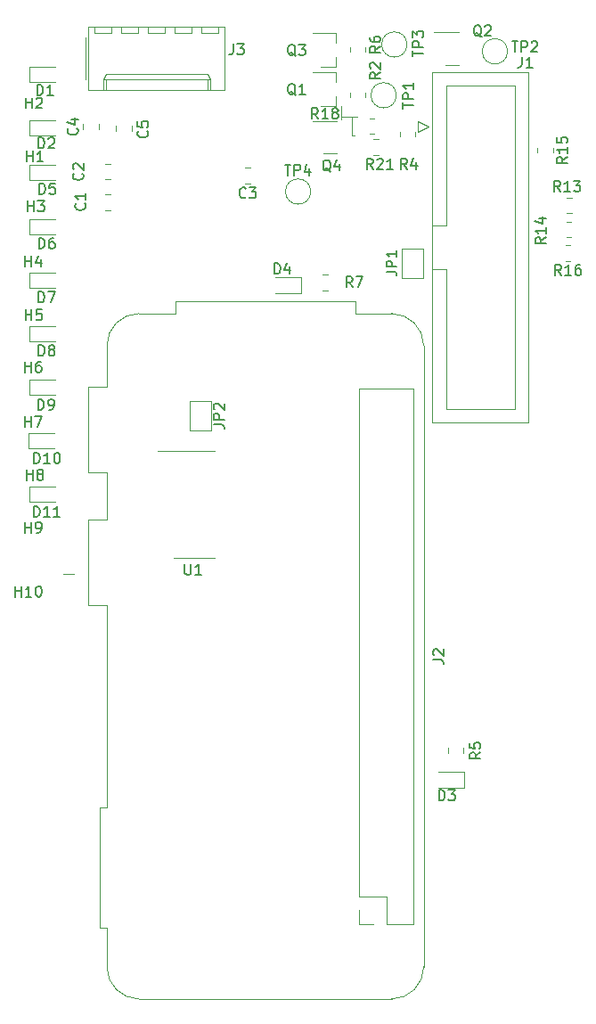
<source format=gbr>
%TF.GenerationSoftware,KiCad,Pcbnew,(6.0.1)*%
%TF.CreationDate,2022-02-13T18:34:14+00:00*%
%TF.ProjectId,module-processing,6d6f6475-6c65-42d7-9072-6f6365737369,rev?*%
%TF.SameCoordinates,Original*%
%TF.FileFunction,Legend,Top*%
%TF.FilePolarity,Positive*%
%FSLAX46Y46*%
G04 Gerber Fmt 4.6, Leading zero omitted, Abs format (unit mm)*
G04 Created by KiCad (PCBNEW (6.0.1)) date 2022-02-13 18:34:14*
%MOMM*%
%LPD*%
G01*
G04 APERTURE LIST*
%ADD10C,0.120000*%
%ADD11C,0.150000*%
G04 APERTURE END LIST*
D10*
X160020000Y-33528000D02*
X160020000Y-35306000D01*
X160020000Y-33528000D02*
X160528000Y-33528000D01*
X133604000Y-76962000D02*
X132588000Y-76962000D01*
X160528000Y-33528000D02*
X159004000Y-33528000D01*
X159004000Y-32512000D02*
X159004000Y-33528000D01*
X159004000Y-33528000D02*
X160020000Y-33528000D01*
X159004000Y-33528000D02*
X159004000Y-33782000D01*
X160020000Y-35306000D02*
X160274000Y-35306000D01*
D11*
%TO.C,C1*%
X134649642Y-41781666D02*
X134697261Y-41829285D01*
X134744880Y-41972142D01*
X134744880Y-42067380D01*
X134697261Y-42210238D01*
X134602023Y-42305476D01*
X134506785Y-42353095D01*
X134316309Y-42400714D01*
X134173452Y-42400714D01*
X133982976Y-42353095D01*
X133887738Y-42305476D01*
X133792500Y-42210238D01*
X133744880Y-42067380D01*
X133744880Y-41972142D01*
X133792500Y-41829285D01*
X133840119Y-41781666D01*
X134744880Y-40829285D02*
X134744880Y-41400714D01*
X134744880Y-41115000D02*
X133744880Y-41115000D01*
X133887738Y-41210238D01*
X133982976Y-41305476D01*
X134030595Y-41400714D01*
%TO.C,C2*%
X134437142Y-38916666D02*
X134484761Y-38964285D01*
X134532380Y-39107142D01*
X134532380Y-39202380D01*
X134484761Y-39345238D01*
X134389523Y-39440476D01*
X134294285Y-39488095D01*
X134103809Y-39535714D01*
X133960952Y-39535714D01*
X133770476Y-39488095D01*
X133675238Y-39440476D01*
X133580000Y-39345238D01*
X133532380Y-39202380D01*
X133532380Y-39107142D01*
X133580000Y-38964285D01*
X133627619Y-38916666D01*
X133627619Y-38535714D02*
X133580000Y-38488095D01*
X133532380Y-38392857D01*
X133532380Y-38154761D01*
X133580000Y-38059523D01*
X133627619Y-38011904D01*
X133722857Y-37964285D01*
X133818095Y-37964285D01*
X133960952Y-38011904D01*
X134532380Y-38583333D01*
X134532380Y-37964285D01*
%TO.C,C4*%
X133927142Y-34644166D02*
X133974761Y-34691785D01*
X134022380Y-34834642D01*
X134022380Y-34929880D01*
X133974761Y-35072738D01*
X133879523Y-35167976D01*
X133784285Y-35215595D01*
X133593809Y-35263214D01*
X133450952Y-35263214D01*
X133260476Y-35215595D01*
X133165238Y-35167976D01*
X133070000Y-35072738D01*
X133022380Y-34929880D01*
X133022380Y-34834642D01*
X133070000Y-34691785D01*
X133117619Y-34644166D01*
X133355714Y-33787023D02*
X134022380Y-33787023D01*
X132974761Y-34025119D02*
X133689047Y-34263214D01*
X133689047Y-33644166D01*
%TO.C,C5*%
X140587142Y-34906666D02*
X140634761Y-34954285D01*
X140682380Y-35097142D01*
X140682380Y-35192380D01*
X140634761Y-35335238D01*
X140539523Y-35430476D01*
X140444285Y-35478095D01*
X140253809Y-35525714D01*
X140110952Y-35525714D01*
X139920476Y-35478095D01*
X139825238Y-35430476D01*
X139730000Y-35335238D01*
X139682380Y-35192380D01*
X139682380Y-35097142D01*
X139730000Y-34954285D01*
X139777619Y-34906666D01*
X139682380Y-34001904D02*
X139682380Y-34478095D01*
X140158571Y-34525714D01*
X140110952Y-34478095D01*
X140063333Y-34382857D01*
X140063333Y-34144761D01*
X140110952Y-34049523D01*
X140158571Y-34001904D01*
X140253809Y-33954285D01*
X140491904Y-33954285D01*
X140587142Y-34001904D01*
X140634761Y-34049523D01*
X140682380Y-34144761D01*
X140682380Y-34382857D01*
X140634761Y-34478095D01*
X140587142Y-34525714D01*
%TO.C,D1*%
X130141904Y-31482380D02*
X130141904Y-30482380D01*
X130380000Y-30482380D01*
X130522857Y-30530000D01*
X130618095Y-30625238D01*
X130665714Y-30720476D01*
X130713333Y-30910952D01*
X130713333Y-31053809D01*
X130665714Y-31244285D01*
X130618095Y-31339523D01*
X130522857Y-31434761D01*
X130380000Y-31482380D01*
X130141904Y-31482380D01*
X131665714Y-31482380D02*
X131094285Y-31482380D01*
X131380000Y-31482380D02*
X131380000Y-30482380D01*
X131284761Y-30625238D01*
X131189523Y-30720476D01*
X131094285Y-30768095D01*
%TO.C,D2*%
X130261904Y-36522380D02*
X130261904Y-35522380D01*
X130500000Y-35522380D01*
X130642857Y-35570000D01*
X130738095Y-35665238D01*
X130785714Y-35760476D01*
X130833333Y-35950952D01*
X130833333Y-36093809D01*
X130785714Y-36284285D01*
X130738095Y-36379523D01*
X130642857Y-36474761D01*
X130500000Y-36522380D01*
X130261904Y-36522380D01*
X131214285Y-35617619D02*
X131261904Y-35570000D01*
X131357142Y-35522380D01*
X131595238Y-35522380D01*
X131690476Y-35570000D01*
X131738095Y-35617619D01*
X131785714Y-35712857D01*
X131785714Y-35808095D01*
X131738095Y-35950952D01*
X131166666Y-36522380D01*
X131785714Y-36522380D01*
%TO.C,D4*%
X152677904Y-48458380D02*
X152677904Y-47458380D01*
X152916000Y-47458380D01*
X153058857Y-47506000D01*
X153154095Y-47601238D01*
X153201714Y-47696476D01*
X153249333Y-47886952D01*
X153249333Y-48029809D01*
X153201714Y-48220285D01*
X153154095Y-48315523D01*
X153058857Y-48410761D01*
X152916000Y-48458380D01*
X152677904Y-48458380D01*
X154106476Y-47791714D02*
X154106476Y-48458380D01*
X153868380Y-47410761D02*
X153630285Y-48125047D01*
X154249333Y-48125047D01*
%TO.C,D6*%
X130291904Y-46052380D02*
X130291904Y-45052380D01*
X130530000Y-45052380D01*
X130672857Y-45100000D01*
X130768095Y-45195238D01*
X130815714Y-45290476D01*
X130863333Y-45480952D01*
X130863333Y-45623809D01*
X130815714Y-45814285D01*
X130768095Y-45909523D01*
X130672857Y-46004761D01*
X130530000Y-46052380D01*
X130291904Y-46052380D01*
X131720476Y-45052380D02*
X131530000Y-45052380D01*
X131434761Y-45100000D01*
X131387142Y-45147619D01*
X131291904Y-45290476D01*
X131244285Y-45480952D01*
X131244285Y-45861904D01*
X131291904Y-45957142D01*
X131339523Y-46004761D01*
X131434761Y-46052380D01*
X131625238Y-46052380D01*
X131720476Y-46004761D01*
X131768095Y-45957142D01*
X131815714Y-45861904D01*
X131815714Y-45623809D01*
X131768095Y-45528571D01*
X131720476Y-45480952D01*
X131625238Y-45433333D01*
X131434761Y-45433333D01*
X131339523Y-45480952D01*
X131291904Y-45528571D01*
X131244285Y-45623809D01*
%TO.C,D7*%
X130271904Y-51172380D02*
X130271904Y-50172380D01*
X130510000Y-50172380D01*
X130652857Y-50220000D01*
X130748095Y-50315238D01*
X130795714Y-50410476D01*
X130843333Y-50600952D01*
X130843333Y-50743809D01*
X130795714Y-50934285D01*
X130748095Y-51029523D01*
X130652857Y-51124761D01*
X130510000Y-51172380D01*
X130271904Y-51172380D01*
X131176666Y-50172380D02*
X131843333Y-50172380D01*
X131414761Y-51172380D01*
%TO.C,D10*%
X129835714Y-66452380D02*
X129835714Y-65452380D01*
X130073809Y-65452380D01*
X130216666Y-65500000D01*
X130311904Y-65595238D01*
X130359523Y-65690476D01*
X130407142Y-65880952D01*
X130407142Y-66023809D01*
X130359523Y-66214285D01*
X130311904Y-66309523D01*
X130216666Y-66404761D01*
X130073809Y-66452380D01*
X129835714Y-66452380D01*
X131359523Y-66452380D02*
X130788095Y-66452380D01*
X131073809Y-66452380D02*
X131073809Y-65452380D01*
X130978571Y-65595238D01*
X130883333Y-65690476D01*
X130788095Y-65738095D01*
X131978571Y-65452380D02*
X132073809Y-65452380D01*
X132169047Y-65500000D01*
X132216666Y-65547619D01*
X132264285Y-65642857D01*
X132311904Y-65833333D01*
X132311904Y-66071428D01*
X132264285Y-66261904D01*
X132216666Y-66357142D01*
X132169047Y-66404761D01*
X132073809Y-66452380D01*
X131978571Y-66452380D01*
X131883333Y-66404761D01*
X131835714Y-66357142D01*
X131788095Y-66261904D01*
X131740476Y-66071428D01*
X131740476Y-65833333D01*
X131788095Y-65642857D01*
X131835714Y-65547619D01*
X131883333Y-65500000D01*
X131978571Y-65452380D01*
%TO.C,D11*%
X129815714Y-71532380D02*
X129815714Y-70532380D01*
X130053809Y-70532380D01*
X130196666Y-70580000D01*
X130291904Y-70675238D01*
X130339523Y-70770476D01*
X130387142Y-70960952D01*
X130387142Y-71103809D01*
X130339523Y-71294285D01*
X130291904Y-71389523D01*
X130196666Y-71484761D01*
X130053809Y-71532380D01*
X129815714Y-71532380D01*
X131339523Y-71532380D02*
X130768095Y-71532380D01*
X131053809Y-71532380D02*
X131053809Y-70532380D01*
X130958571Y-70675238D01*
X130863333Y-70770476D01*
X130768095Y-70818095D01*
X132291904Y-71532380D02*
X131720476Y-71532380D01*
X132006190Y-71532380D02*
X132006190Y-70532380D01*
X131910952Y-70675238D01*
X131815714Y-70770476D01*
X131720476Y-70818095D01*
%TO.C,J3*%
X148764666Y-26630380D02*
X148764666Y-27344666D01*
X148717047Y-27487523D01*
X148621809Y-27582761D01*
X148478952Y-27630380D01*
X148383714Y-27630380D01*
X149145619Y-26630380D02*
X149764666Y-26630380D01*
X149431333Y-27011333D01*
X149574190Y-27011333D01*
X149669428Y-27058952D01*
X149717047Y-27106571D01*
X149764666Y-27201809D01*
X149764666Y-27439904D01*
X149717047Y-27535142D01*
X149669428Y-27582761D01*
X149574190Y-27630380D01*
X149288476Y-27630380D01*
X149193238Y-27582761D01*
X149145619Y-27535142D01*
%TO.C,J1*%
X176196666Y-27852380D02*
X176196666Y-28566666D01*
X176149047Y-28709523D01*
X176053809Y-28804761D01*
X175910952Y-28852380D01*
X175815714Y-28852380D01*
X177196666Y-28852380D02*
X176625238Y-28852380D01*
X176910952Y-28852380D02*
X176910952Y-27852380D01*
X176815714Y-27995238D01*
X176720476Y-28090476D01*
X176625238Y-28138095D01*
%TO.C,Q1*%
X154704761Y-31507619D02*
X154609523Y-31460000D01*
X154514285Y-31364761D01*
X154371428Y-31221904D01*
X154276190Y-31174285D01*
X154180952Y-31174285D01*
X154228571Y-31412380D02*
X154133333Y-31364761D01*
X154038095Y-31269523D01*
X153990476Y-31079047D01*
X153990476Y-30745714D01*
X154038095Y-30555238D01*
X154133333Y-30460000D01*
X154228571Y-30412380D01*
X154419047Y-30412380D01*
X154514285Y-30460000D01*
X154609523Y-30555238D01*
X154657142Y-30745714D01*
X154657142Y-31079047D01*
X154609523Y-31269523D01*
X154514285Y-31364761D01*
X154419047Y-31412380D01*
X154228571Y-31412380D01*
X155609523Y-31412380D02*
X155038095Y-31412380D01*
X155323809Y-31412380D02*
X155323809Y-30412380D01*
X155228571Y-30555238D01*
X155133333Y-30650476D01*
X155038095Y-30698095D01*
%TO.C,Q3*%
X154704761Y-27777619D02*
X154609523Y-27730000D01*
X154514285Y-27634761D01*
X154371428Y-27491904D01*
X154276190Y-27444285D01*
X154180952Y-27444285D01*
X154228571Y-27682380D02*
X154133333Y-27634761D01*
X154038095Y-27539523D01*
X153990476Y-27349047D01*
X153990476Y-27015714D01*
X154038095Y-26825238D01*
X154133333Y-26730000D01*
X154228571Y-26682380D01*
X154419047Y-26682380D01*
X154514285Y-26730000D01*
X154609523Y-26825238D01*
X154657142Y-27015714D01*
X154657142Y-27349047D01*
X154609523Y-27539523D01*
X154514285Y-27634761D01*
X154419047Y-27682380D01*
X154228571Y-27682380D01*
X154990476Y-26682380D02*
X155609523Y-26682380D01*
X155276190Y-27063333D01*
X155419047Y-27063333D01*
X155514285Y-27110952D01*
X155561904Y-27158571D01*
X155609523Y-27253809D01*
X155609523Y-27491904D01*
X155561904Y-27587142D01*
X155514285Y-27634761D01*
X155419047Y-27682380D01*
X155133333Y-27682380D01*
X155038095Y-27634761D01*
X154990476Y-27587142D01*
%TO.C,R2*%
X162762380Y-29346666D02*
X162286190Y-29680000D01*
X162762380Y-29918095D02*
X161762380Y-29918095D01*
X161762380Y-29537142D01*
X161810000Y-29441904D01*
X161857619Y-29394285D01*
X161952857Y-29346666D01*
X162095714Y-29346666D01*
X162190952Y-29394285D01*
X162238571Y-29441904D01*
X162286190Y-29537142D01*
X162286190Y-29918095D01*
X161857619Y-28965714D02*
X161810000Y-28918095D01*
X161762380Y-28822857D01*
X161762380Y-28584761D01*
X161810000Y-28489523D01*
X161857619Y-28441904D01*
X161952857Y-28394285D01*
X162048095Y-28394285D01*
X162190952Y-28441904D01*
X162762380Y-29013333D01*
X162762380Y-28394285D01*
%TO.C,R6*%
X162758380Y-26836666D02*
X162282190Y-27170000D01*
X162758380Y-27408095D02*
X161758380Y-27408095D01*
X161758380Y-27027142D01*
X161806000Y-26931904D01*
X161853619Y-26884285D01*
X161948857Y-26836666D01*
X162091714Y-26836666D01*
X162186952Y-26884285D01*
X162234571Y-26931904D01*
X162282190Y-27027142D01*
X162282190Y-27408095D01*
X161758380Y-25979523D02*
X161758380Y-26170000D01*
X161806000Y-26265238D01*
X161853619Y-26312857D01*
X161996476Y-26408095D01*
X162186952Y-26455714D01*
X162567904Y-26455714D01*
X162663142Y-26408095D01*
X162710761Y-26360476D01*
X162758380Y-26265238D01*
X162758380Y-26074761D01*
X162710761Y-25979523D01*
X162663142Y-25931904D01*
X162567904Y-25884285D01*
X162329809Y-25884285D01*
X162234571Y-25931904D01*
X162186952Y-25979523D01*
X162139333Y-26074761D01*
X162139333Y-26265238D01*
X162186952Y-26360476D01*
X162234571Y-26408095D01*
X162329809Y-26455714D01*
%TO.C,R7*%
X160107333Y-49728380D02*
X159774000Y-49252190D01*
X159535904Y-49728380D02*
X159535904Y-48728380D01*
X159916857Y-48728380D01*
X160012095Y-48776000D01*
X160059714Y-48823619D01*
X160107333Y-48918857D01*
X160107333Y-49061714D01*
X160059714Y-49156952D01*
X160012095Y-49204571D01*
X159916857Y-49252190D01*
X159535904Y-49252190D01*
X160440666Y-48728380D02*
X161107333Y-48728380D01*
X160678761Y-49728380D01*
%TO.C,TP1*%
X164900380Y-32757904D02*
X164900380Y-32186476D01*
X165900380Y-32472190D02*
X164900380Y-32472190D01*
X165900380Y-31853142D02*
X164900380Y-31853142D01*
X164900380Y-31472190D01*
X164948000Y-31376952D01*
X164995619Y-31329333D01*
X165090857Y-31281714D01*
X165233714Y-31281714D01*
X165328952Y-31329333D01*
X165376571Y-31376952D01*
X165424190Y-31472190D01*
X165424190Y-31853142D01*
X165900380Y-30329333D02*
X165900380Y-30900761D01*
X165900380Y-30615047D02*
X164900380Y-30615047D01*
X165043238Y-30710285D01*
X165138476Y-30805523D01*
X165186095Y-30900761D01*
%TO.C,TP2*%
X175268095Y-26376380D02*
X175839523Y-26376380D01*
X175553809Y-27376380D02*
X175553809Y-26376380D01*
X176172857Y-27376380D02*
X176172857Y-26376380D01*
X176553809Y-26376380D01*
X176649047Y-26424000D01*
X176696666Y-26471619D01*
X176744285Y-26566857D01*
X176744285Y-26709714D01*
X176696666Y-26804952D01*
X176649047Y-26852571D01*
X176553809Y-26900190D01*
X176172857Y-26900190D01*
X177125238Y-26471619D02*
X177172857Y-26424000D01*
X177268095Y-26376380D01*
X177506190Y-26376380D01*
X177601428Y-26424000D01*
X177649047Y-26471619D01*
X177696666Y-26566857D01*
X177696666Y-26662095D01*
X177649047Y-26804952D01*
X177077619Y-27376380D01*
X177696666Y-27376380D01*
%TO.C,D5*%
X130341904Y-40872380D02*
X130341904Y-39872380D01*
X130580000Y-39872380D01*
X130722857Y-39920000D01*
X130818095Y-40015238D01*
X130865714Y-40110476D01*
X130913333Y-40300952D01*
X130913333Y-40443809D01*
X130865714Y-40634285D01*
X130818095Y-40729523D01*
X130722857Y-40824761D01*
X130580000Y-40872380D01*
X130341904Y-40872380D01*
X131818095Y-39872380D02*
X131341904Y-39872380D01*
X131294285Y-40348571D01*
X131341904Y-40300952D01*
X131437142Y-40253333D01*
X131675238Y-40253333D01*
X131770476Y-40300952D01*
X131818095Y-40348571D01*
X131865714Y-40443809D01*
X131865714Y-40681904D01*
X131818095Y-40777142D01*
X131770476Y-40824761D01*
X131675238Y-40872380D01*
X131437142Y-40872380D01*
X131341904Y-40824761D01*
X131294285Y-40777142D01*
%TO.C,H2*%
X129048095Y-32722380D02*
X129048095Y-31722380D01*
X129048095Y-32198571D02*
X129619523Y-32198571D01*
X129619523Y-32722380D02*
X129619523Y-31722380D01*
X130048095Y-31817619D02*
X130095714Y-31770000D01*
X130190952Y-31722380D01*
X130429047Y-31722380D01*
X130524285Y-31770000D01*
X130571904Y-31817619D01*
X130619523Y-31912857D01*
X130619523Y-32008095D01*
X130571904Y-32150952D01*
X130000476Y-32722380D01*
X130619523Y-32722380D01*
%TO.C,H1*%
X129138095Y-37772380D02*
X129138095Y-36772380D01*
X129138095Y-37248571D02*
X129709523Y-37248571D01*
X129709523Y-37772380D02*
X129709523Y-36772380D01*
X130709523Y-37772380D02*
X130138095Y-37772380D01*
X130423809Y-37772380D02*
X130423809Y-36772380D01*
X130328571Y-36915238D01*
X130233333Y-37010476D01*
X130138095Y-37058095D01*
%TO.C,H3*%
X129238095Y-42522380D02*
X129238095Y-41522380D01*
X129238095Y-41998571D02*
X129809523Y-41998571D01*
X129809523Y-42522380D02*
X129809523Y-41522380D01*
X130190476Y-41522380D02*
X130809523Y-41522380D01*
X130476190Y-41903333D01*
X130619047Y-41903333D01*
X130714285Y-41950952D01*
X130761904Y-41998571D01*
X130809523Y-42093809D01*
X130809523Y-42331904D01*
X130761904Y-42427142D01*
X130714285Y-42474761D01*
X130619047Y-42522380D01*
X130333333Y-42522380D01*
X130238095Y-42474761D01*
X130190476Y-42427142D01*
%TO.C,H4*%
X128988095Y-47752380D02*
X128988095Y-46752380D01*
X128988095Y-47228571D02*
X129559523Y-47228571D01*
X129559523Y-47752380D02*
X129559523Y-46752380D01*
X130464285Y-47085714D02*
X130464285Y-47752380D01*
X130226190Y-46704761D02*
X129988095Y-47419047D01*
X130607142Y-47419047D01*
%TO.C,H6*%
X128988095Y-57802380D02*
X128988095Y-56802380D01*
X128988095Y-57278571D02*
X129559523Y-57278571D01*
X129559523Y-57802380D02*
X129559523Y-56802380D01*
X130464285Y-56802380D02*
X130273809Y-56802380D01*
X130178571Y-56850000D01*
X130130952Y-56897619D01*
X130035714Y-57040476D01*
X129988095Y-57230952D01*
X129988095Y-57611904D01*
X130035714Y-57707142D01*
X130083333Y-57754761D01*
X130178571Y-57802380D01*
X130369047Y-57802380D01*
X130464285Y-57754761D01*
X130511904Y-57707142D01*
X130559523Y-57611904D01*
X130559523Y-57373809D01*
X130511904Y-57278571D01*
X130464285Y-57230952D01*
X130369047Y-57183333D01*
X130178571Y-57183333D01*
X130083333Y-57230952D01*
X130035714Y-57278571D01*
X129988095Y-57373809D01*
%TO.C,H9*%
X128988095Y-73052380D02*
X128988095Y-72052380D01*
X128988095Y-72528571D02*
X129559523Y-72528571D01*
X129559523Y-73052380D02*
X129559523Y-72052380D01*
X130083333Y-73052380D02*
X130273809Y-73052380D01*
X130369047Y-73004761D01*
X130416666Y-72957142D01*
X130511904Y-72814285D01*
X130559523Y-72623809D01*
X130559523Y-72242857D01*
X130511904Y-72147619D01*
X130464285Y-72100000D01*
X130369047Y-72052380D01*
X130178571Y-72052380D01*
X130083333Y-72100000D01*
X130035714Y-72147619D01*
X129988095Y-72242857D01*
X129988095Y-72480952D01*
X130035714Y-72576190D01*
X130083333Y-72623809D01*
X130178571Y-72671428D01*
X130369047Y-72671428D01*
X130464285Y-72623809D01*
X130511904Y-72576190D01*
X130559523Y-72480952D01*
%TO.C,H10*%
X128031904Y-79132380D02*
X128031904Y-78132380D01*
X128031904Y-78608571D02*
X128603333Y-78608571D01*
X128603333Y-79132380D02*
X128603333Y-78132380D01*
X129603333Y-79132380D02*
X129031904Y-79132380D01*
X129317619Y-79132380D02*
X129317619Y-78132380D01*
X129222380Y-78275238D01*
X129127142Y-78370476D01*
X129031904Y-78418095D01*
X130222380Y-78132380D02*
X130317619Y-78132380D01*
X130412857Y-78180000D01*
X130460476Y-78227619D01*
X130508095Y-78322857D01*
X130555714Y-78513333D01*
X130555714Y-78751428D01*
X130508095Y-78941904D01*
X130460476Y-79037142D01*
X130412857Y-79084761D01*
X130317619Y-79132380D01*
X130222380Y-79132380D01*
X130127142Y-79084761D01*
X130079523Y-79037142D01*
X130031904Y-78941904D01*
X129984285Y-78751428D01*
X129984285Y-78513333D01*
X130031904Y-78322857D01*
X130079523Y-78227619D01*
X130127142Y-78180000D01*
X130222380Y-78132380D01*
%TO.C,H5*%
X129038095Y-52852380D02*
X129038095Y-51852380D01*
X129038095Y-52328571D02*
X129609523Y-52328571D01*
X129609523Y-52852380D02*
X129609523Y-51852380D01*
X130561904Y-51852380D02*
X130085714Y-51852380D01*
X130038095Y-52328571D01*
X130085714Y-52280952D01*
X130180952Y-52233333D01*
X130419047Y-52233333D01*
X130514285Y-52280952D01*
X130561904Y-52328571D01*
X130609523Y-52423809D01*
X130609523Y-52661904D01*
X130561904Y-52757142D01*
X130514285Y-52804761D01*
X130419047Y-52852380D01*
X130180952Y-52852380D01*
X130085714Y-52804761D01*
X130038095Y-52757142D01*
%TO.C,H8*%
X129138095Y-68052380D02*
X129138095Y-67052380D01*
X129138095Y-67528571D02*
X129709523Y-67528571D01*
X129709523Y-68052380D02*
X129709523Y-67052380D01*
X130328571Y-67480952D02*
X130233333Y-67433333D01*
X130185714Y-67385714D01*
X130138095Y-67290476D01*
X130138095Y-67242857D01*
X130185714Y-67147619D01*
X130233333Y-67100000D01*
X130328571Y-67052380D01*
X130519047Y-67052380D01*
X130614285Y-67100000D01*
X130661904Y-67147619D01*
X130709523Y-67242857D01*
X130709523Y-67290476D01*
X130661904Y-67385714D01*
X130614285Y-67433333D01*
X130519047Y-67480952D01*
X130328571Y-67480952D01*
X130233333Y-67528571D01*
X130185714Y-67576190D01*
X130138095Y-67671428D01*
X130138095Y-67861904D01*
X130185714Y-67957142D01*
X130233333Y-68004761D01*
X130328571Y-68052380D01*
X130519047Y-68052380D01*
X130614285Y-68004761D01*
X130661904Y-67957142D01*
X130709523Y-67861904D01*
X130709523Y-67671428D01*
X130661904Y-67576190D01*
X130614285Y-67528571D01*
X130519047Y-67480952D01*
%TO.C,H7*%
X128988095Y-63002380D02*
X128988095Y-62002380D01*
X128988095Y-62478571D02*
X129559523Y-62478571D01*
X129559523Y-63002380D02*
X129559523Y-62002380D01*
X129940476Y-62002380D02*
X130607142Y-62002380D01*
X130178571Y-63002380D01*
%TO.C,D9*%
X130221904Y-61372380D02*
X130221904Y-60372380D01*
X130460000Y-60372380D01*
X130602857Y-60420000D01*
X130698095Y-60515238D01*
X130745714Y-60610476D01*
X130793333Y-60800952D01*
X130793333Y-60943809D01*
X130745714Y-61134285D01*
X130698095Y-61229523D01*
X130602857Y-61324761D01*
X130460000Y-61372380D01*
X130221904Y-61372380D01*
X131269523Y-61372380D02*
X131460000Y-61372380D01*
X131555238Y-61324761D01*
X131602857Y-61277142D01*
X131698095Y-61134285D01*
X131745714Y-60943809D01*
X131745714Y-60562857D01*
X131698095Y-60467619D01*
X131650476Y-60420000D01*
X131555238Y-60372380D01*
X131364761Y-60372380D01*
X131269523Y-60420000D01*
X131221904Y-60467619D01*
X131174285Y-60562857D01*
X131174285Y-60800952D01*
X131221904Y-60896190D01*
X131269523Y-60943809D01*
X131364761Y-60991428D01*
X131555238Y-60991428D01*
X131650476Y-60943809D01*
X131698095Y-60896190D01*
X131745714Y-60800952D01*
%TO.C,D8*%
X130281904Y-56242380D02*
X130281904Y-55242380D01*
X130520000Y-55242380D01*
X130662857Y-55290000D01*
X130758095Y-55385238D01*
X130805714Y-55480476D01*
X130853333Y-55670952D01*
X130853333Y-55813809D01*
X130805714Y-56004285D01*
X130758095Y-56099523D01*
X130662857Y-56194761D01*
X130520000Y-56242380D01*
X130281904Y-56242380D01*
X131424761Y-55670952D02*
X131329523Y-55623333D01*
X131281904Y-55575714D01*
X131234285Y-55480476D01*
X131234285Y-55432857D01*
X131281904Y-55337619D01*
X131329523Y-55290000D01*
X131424761Y-55242380D01*
X131615238Y-55242380D01*
X131710476Y-55290000D01*
X131758095Y-55337619D01*
X131805714Y-55432857D01*
X131805714Y-55480476D01*
X131758095Y-55575714D01*
X131710476Y-55623333D01*
X131615238Y-55670952D01*
X131424761Y-55670952D01*
X131329523Y-55718571D01*
X131281904Y-55766190D01*
X131234285Y-55861428D01*
X131234285Y-56051904D01*
X131281904Y-56147142D01*
X131329523Y-56194761D01*
X131424761Y-56242380D01*
X131615238Y-56242380D01*
X131710476Y-56194761D01*
X131758095Y-56147142D01*
X131805714Y-56051904D01*
X131805714Y-55861428D01*
X131758095Y-55766190D01*
X131710476Y-55718571D01*
X131615238Y-55670952D01*
%TO.C,R5*%
X172268380Y-93928666D02*
X171792190Y-94262000D01*
X172268380Y-94500095D02*
X171268380Y-94500095D01*
X171268380Y-94119142D01*
X171316000Y-94023904D01*
X171363619Y-93976285D01*
X171458857Y-93928666D01*
X171601714Y-93928666D01*
X171696952Y-93976285D01*
X171744571Y-94023904D01*
X171792190Y-94119142D01*
X171792190Y-94500095D01*
X171268380Y-93023904D02*
X171268380Y-93500095D01*
X171744571Y-93547714D01*
X171696952Y-93500095D01*
X171649333Y-93404857D01*
X171649333Y-93166761D01*
X171696952Y-93071523D01*
X171744571Y-93023904D01*
X171839809Y-92976285D01*
X172077904Y-92976285D01*
X172173142Y-93023904D01*
X172220761Y-93071523D01*
X172268380Y-93166761D01*
X172268380Y-93404857D01*
X172220761Y-93500095D01*
X172173142Y-93547714D01*
%TO.C,D3*%
X168319904Y-98496380D02*
X168319904Y-97496380D01*
X168558000Y-97496380D01*
X168700857Y-97544000D01*
X168796095Y-97639238D01*
X168843714Y-97734476D01*
X168891333Y-97924952D01*
X168891333Y-98067809D01*
X168843714Y-98258285D01*
X168796095Y-98353523D01*
X168700857Y-98448761D01*
X168558000Y-98496380D01*
X168319904Y-98496380D01*
X169224666Y-97496380D02*
X169843714Y-97496380D01*
X169510380Y-97877333D01*
X169653238Y-97877333D01*
X169748476Y-97924952D01*
X169796095Y-97972571D01*
X169843714Y-98067809D01*
X169843714Y-98305904D01*
X169796095Y-98401142D01*
X169748476Y-98448761D01*
X169653238Y-98496380D01*
X169367523Y-98496380D01*
X169272285Y-98448761D01*
X169224666Y-98401142D01*
%TO.C,TP3*%
X165836380Y-27801904D02*
X165836380Y-27230476D01*
X166836380Y-27516190D02*
X165836380Y-27516190D01*
X166836380Y-26897142D02*
X165836380Y-26897142D01*
X165836380Y-26516190D01*
X165884000Y-26420952D01*
X165931619Y-26373333D01*
X166026857Y-26325714D01*
X166169714Y-26325714D01*
X166264952Y-26373333D01*
X166312571Y-26420952D01*
X166360190Y-26516190D01*
X166360190Y-26897142D01*
X165836380Y-25992380D02*
X165836380Y-25373333D01*
X166217333Y-25706666D01*
X166217333Y-25563809D01*
X166264952Y-25468571D01*
X166312571Y-25420952D01*
X166407809Y-25373333D01*
X166645904Y-25373333D01*
X166741142Y-25420952D01*
X166788761Y-25468571D01*
X166836380Y-25563809D01*
X166836380Y-25849523D01*
X166788761Y-25944761D01*
X166741142Y-25992380D01*
%TO.C,R21*%
X162049142Y-38512380D02*
X161715809Y-38036190D01*
X161477714Y-38512380D02*
X161477714Y-37512380D01*
X161858666Y-37512380D01*
X161953904Y-37560000D01*
X162001523Y-37607619D01*
X162049142Y-37702857D01*
X162049142Y-37845714D01*
X162001523Y-37940952D01*
X161953904Y-37988571D01*
X161858666Y-38036190D01*
X161477714Y-38036190D01*
X162430095Y-37607619D02*
X162477714Y-37560000D01*
X162572952Y-37512380D01*
X162811047Y-37512380D01*
X162906285Y-37560000D01*
X162953904Y-37607619D01*
X163001523Y-37702857D01*
X163001523Y-37798095D01*
X162953904Y-37940952D01*
X162382476Y-38512380D01*
X163001523Y-38512380D01*
X163953904Y-38512380D02*
X163382476Y-38512380D01*
X163668190Y-38512380D02*
X163668190Y-37512380D01*
X163572952Y-37655238D01*
X163477714Y-37750476D01*
X163382476Y-37798095D01*
%TO.C,R16*%
X179935142Y-48584380D02*
X179601809Y-48108190D01*
X179363714Y-48584380D02*
X179363714Y-47584380D01*
X179744666Y-47584380D01*
X179839904Y-47632000D01*
X179887523Y-47679619D01*
X179935142Y-47774857D01*
X179935142Y-47917714D01*
X179887523Y-48012952D01*
X179839904Y-48060571D01*
X179744666Y-48108190D01*
X179363714Y-48108190D01*
X180887523Y-48584380D02*
X180316095Y-48584380D01*
X180601809Y-48584380D02*
X180601809Y-47584380D01*
X180506571Y-47727238D01*
X180411333Y-47822476D01*
X180316095Y-47870095D01*
X181744666Y-47584380D02*
X181554190Y-47584380D01*
X181458952Y-47632000D01*
X181411333Y-47679619D01*
X181316095Y-47822476D01*
X181268476Y-48012952D01*
X181268476Y-48393904D01*
X181316095Y-48489142D01*
X181363714Y-48536761D01*
X181458952Y-48584380D01*
X181649428Y-48584380D01*
X181744666Y-48536761D01*
X181792285Y-48489142D01*
X181839904Y-48393904D01*
X181839904Y-48155809D01*
X181792285Y-48060571D01*
X181744666Y-48012952D01*
X181649428Y-47965333D01*
X181458952Y-47965333D01*
X181363714Y-48012952D01*
X181316095Y-48060571D01*
X181268476Y-48155809D01*
%TO.C,Q4*%
X158024761Y-38747619D02*
X157929523Y-38700000D01*
X157834285Y-38604761D01*
X157691428Y-38461904D01*
X157596190Y-38414285D01*
X157500952Y-38414285D01*
X157548571Y-38652380D02*
X157453333Y-38604761D01*
X157358095Y-38509523D01*
X157310476Y-38319047D01*
X157310476Y-37985714D01*
X157358095Y-37795238D01*
X157453333Y-37700000D01*
X157548571Y-37652380D01*
X157739047Y-37652380D01*
X157834285Y-37700000D01*
X157929523Y-37795238D01*
X157977142Y-37985714D01*
X157977142Y-38319047D01*
X157929523Y-38509523D01*
X157834285Y-38604761D01*
X157739047Y-38652380D01*
X157548571Y-38652380D01*
X158834285Y-37985714D02*
X158834285Y-38652380D01*
X158596190Y-37604761D02*
X158358095Y-38319047D01*
X158977142Y-38319047D01*
%TO.C,TP4*%
X153678095Y-38094380D02*
X154249523Y-38094380D01*
X153963809Y-39094380D02*
X153963809Y-38094380D01*
X154582857Y-39094380D02*
X154582857Y-38094380D01*
X154963809Y-38094380D01*
X155059047Y-38142000D01*
X155106666Y-38189619D01*
X155154285Y-38284857D01*
X155154285Y-38427714D01*
X155106666Y-38522952D01*
X155059047Y-38570571D01*
X154963809Y-38618190D01*
X154582857Y-38618190D01*
X156011428Y-38427714D02*
X156011428Y-39094380D01*
X155773333Y-38046761D02*
X155535238Y-38761047D01*
X156154285Y-38761047D01*
%TO.C,R13*%
X179847142Y-40642380D02*
X179513809Y-40166190D01*
X179275714Y-40642380D02*
X179275714Y-39642380D01*
X179656666Y-39642380D01*
X179751904Y-39690000D01*
X179799523Y-39737619D01*
X179847142Y-39832857D01*
X179847142Y-39975714D01*
X179799523Y-40070952D01*
X179751904Y-40118571D01*
X179656666Y-40166190D01*
X179275714Y-40166190D01*
X180799523Y-40642380D02*
X180228095Y-40642380D01*
X180513809Y-40642380D02*
X180513809Y-39642380D01*
X180418571Y-39785238D01*
X180323333Y-39880476D01*
X180228095Y-39928095D01*
X181132857Y-39642380D02*
X181751904Y-39642380D01*
X181418571Y-40023333D01*
X181561428Y-40023333D01*
X181656666Y-40070952D01*
X181704285Y-40118571D01*
X181751904Y-40213809D01*
X181751904Y-40451904D01*
X181704285Y-40547142D01*
X181656666Y-40594761D01*
X181561428Y-40642380D01*
X181275714Y-40642380D01*
X181180476Y-40594761D01*
X181132857Y-40547142D01*
%TO.C,JP1*%
X163322380Y-48263333D02*
X164036666Y-48263333D01*
X164179523Y-48310952D01*
X164274761Y-48406190D01*
X164322380Y-48549047D01*
X164322380Y-48644285D01*
X164322380Y-47787142D02*
X163322380Y-47787142D01*
X163322380Y-47406190D01*
X163370000Y-47310952D01*
X163417619Y-47263333D01*
X163512857Y-47215714D01*
X163655714Y-47215714D01*
X163750952Y-47263333D01*
X163798571Y-47310952D01*
X163846190Y-47406190D01*
X163846190Y-47787142D01*
X164322380Y-46263333D02*
X164322380Y-46834761D01*
X164322380Y-46549047D02*
X163322380Y-46549047D01*
X163465238Y-46644285D01*
X163560476Y-46739523D01*
X163608095Y-46834761D01*
%TO.C,C3*%
X149970833Y-41167142D02*
X149923214Y-41214761D01*
X149780357Y-41262380D01*
X149685119Y-41262380D01*
X149542261Y-41214761D01*
X149447023Y-41119523D01*
X149399404Y-41024285D01*
X149351785Y-40833809D01*
X149351785Y-40690952D01*
X149399404Y-40500476D01*
X149447023Y-40405238D01*
X149542261Y-40310000D01*
X149685119Y-40262380D01*
X149780357Y-40262380D01*
X149923214Y-40310000D01*
X149970833Y-40357619D01*
X150304166Y-40262380D02*
X150923214Y-40262380D01*
X150589880Y-40643333D01*
X150732738Y-40643333D01*
X150827976Y-40690952D01*
X150875595Y-40738571D01*
X150923214Y-40833809D01*
X150923214Y-41071904D01*
X150875595Y-41167142D01*
X150827976Y-41214761D01*
X150732738Y-41262380D01*
X150447023Y-41262380D01*
X150351785Y-41214761D01*
X150304166Y-41167142D01*
%TO.C,R14*%
X178472380Y-45002857D02*
X177996190Y-45336190D01*
X178472380Y-45574285D02*
X177472380Y-45574285D01*
X177472380Y-45193333D01*
X177520000Y-45098095D01*
X177567619Y-45050476D01*
X177662857Y-45002857D01*
X177805714Y-45002857D01*
X177900952Y-45050476D01*
X177948571Y-45098095D01*
X177996190Y-45193333D01*
X177996190Y-45574285D01*
X178472380Y-44050476D02*
X178472380Y-44621904D01*
X178472380Y-44336190D02*
X177472380Y-44336190D01*
X177615238Y-44431428D01*
X177710476Y-44526666D01*
X177758095Y-44621904D01*
X177805714Y-43193333D02*
X178472380Y-43193333D01*
X177424761Y-43431428D02*
X178139047Y-43669523D01*
X178139047Y-43050476D01*
%TO.C,R15*%
X180532380Y-37352857D02*
X180056190Y-37686190D01*
X180532380Y-37924285D02*
X179532380Y-37924285D01*
X179532380Y-37543333D01*
X179580000Y-37448095D01*
X179627619Y-37400476D01*
X179722857Y-37352857D01*
X179865714Y-37352857D01*
X179960952Y-37400476D01*
X180008571Y-37448095D01*
X180056190Y-37543333D01*
X180056190Y-37924285D01*
X180532380Y-36400476D02*
X180532380Y-36971904D01*
X180532380Y-36686190D02*
X179532380Y-36686190D01*
X179675238Y-36781428D01*
X179770476Y-36876666D01*
X179818095Y-36971904D01*
X179532380Y-35495714D02*
X179532380Y-35971904D01*
X180008571Y-36019523D01*
X179960952Y-35971904D01*
X179913333Y-35876666D01*
X179913333Y-35638571D01*
X179960952Y-35543333D01*
X180008571Y-35495714D01*
X180103809Y-35448095D01*
X180341904Y-35448095D01*
X180437142Y-35495714D01*
X180484761Y-35543333D01*
X180532380Y-35638571D01*
X180532380Y-35876666D01*
X180484761Y-35971904D01*
X180437142Y-36019523D01*
%TO.C,R4*%
X165287333Y-38512380D02*
X164954000Y-38036190D01*
X164715904Y-38512380D02*
X164715904Y-37512380D01*
X165096857Y-37512380D01*
X165192095Y-37560000D01*
X165239714Y-37607619D01*
X165287333Y-37702857D01*
X165287333Y-37845714D01*
X165239714Y-37940952D01*
X165192095Y-37988571D01*
X165096857Y-38036190D01*
X164715904Y-38036190D01*
X166144476Y-37845714D02*
X166144476Y-38512380D01*
X165906380Y-37464761D02*
X165668285Y-38179047D01*
X166287333Y-38179047D01*
%TO.C,Q2*%
X172370761Y-25947619D02*
X172275523Y-25900000D01*
X172180285Y-25804761D01*
X172037428Y-25661904D01*
X171942190Y-25614285D01*
X171846952Y-25614285D01*
X171894571Y-25852380D02*
X171799333Y-25804761D01*
X171704095Y-25709523D01*
X171656476Y-25519047D01*
X171656476Y-25185714D01*
X171704095Y-24995238D01*
X171799333Y-24900000D01*
X171894571Y-24852380D01*
X172085047Y-24852380D01*
X172180285Y-24900000D01*
X172275523Y-24995238D01*
X172323142Y-25185714D01*
X172323142Y-25519047D01*
X172275523Y-25709523D01*
X172180285Y-25804761D01*
X172085047Y-25852380D01*
X171894571Y-25852380D01*
X172704095Y-24947619D02*
X172751714Y-24900000D01*
X172846952Y-24852380D01*
X173085047Y-24852380D01*
X173180285Y-24900000D01*
X173227904Y-24947619D01*
X173275523Y-25042857D01*
X173275523Y-25138095D01*
X173227904Y-25280952D01*
X172656476Y-25852380D01*
X173275523Y-25852380D01*
%TO.C,U1*%
X144167095Y-76045380D02*
X144167095Y-76854904D01*
X144214714Y-76950142D01*
X144262333Y-76997761D01*
X144357571Y-77045380D01*
X144548047Y-77045380D01*
X144643285Y-76997761D01*
X144690904Y-76950142D01*
X144738523Y-76854904D01*
X144738523Y-76045380D01*
X145738523Y-77045380D02*
X145167095Y-77045380D01*
X145452809Y-77045380D02*
X145452809Y-76045380D01*
X145357571Y-76188238D01*
X145262333Y-76283476D01*
X145167095Y-76331095D01*
%TO.C,R18*%
X156837142Y-33726380D02*
X156503809Y-33250190D01*
X156265714Y-33726380D02*
X156265714Y-32726380D01*
X156646666Y-32726380D01*
X156741904Y-32774000D01*
X156789523Y-32821619D01*
X156837142Y-32916857D01*
X156837142Y-33059714D01*
X156789523Y-33154952D01*
X156741904Y-33202571D01*
X156646666Y-33250190D01*
X156265714Y-33250190D01*
X157789523Y-33726380D02*
X157218095Y-33726380D01*
X157503809Y-33726380D02*
X157503809Y-32726380D01*
X157408571Y-32869238D01*
X157313333Y-32964476D01*
X157218095Y-33012095D01*
X158360952Y-33154952D02*
X158265714Y-33107333D01*
X158218095Y-33059714D01*
X158170476Y-32964476D01*
X158170476Y-32916857D01*
X158218095Y-32821619D01*
X158265714Y-32774000D01*
X158360952Y-32726380D01*
X158551428Y-32726380D01*
X158646666Y-32774000D01*
X158694285Y-32821619D01*
X158741904Y-32916857D01*
X158741904Y-32964476D01*
X158694285Y-33059714D01*
X158646666Y-33107333D01*
X158551428Y-33154952D01*
X158360952Y-33154952D01*
X158265714Y-33202571D01*
X158218095Y-33250190D01*
X158170476Y-33345428D01*
X158170476Y-33535904D01*
X158218095Y-33631142D01*
X158265714Y-33678761D01*
X158360952Y-33726380D01*
X158551428Y-33726380D01*
X158646666Y-33678761D01*
X158694285Y-33631142D01*
X158741904Y-33535904D01*
X158741904Y-33345428D01*
X158694285Y-33250190D01*
X158646666Y-33202571D01*
X158551428Y-33154952D01*
%TO.C,JP2*%
X146912380Y-62773333D02*
X147626666Y-62773333D01*
X147769523Y-62820952D01*
X147864761Y-62916190D01*
X147912380Y-63059047D01*
X147912380Y-63154285D01*
X147912380Y-62297142D02*
X146912380Y-62297142D01*
X146912380Y-61916190D01*
X146960000Y-61820952D01*
X147007619Y-61773333D01*
X147102857Y-61725714D01*
X147245714Y-61725714D01*
X147340952Y-61773333D01*
X147388571Y-61820952D01*
X147436190Y-61916190D01*
X147436190Y-62297142D01*
X147007619Y-61344761D02*
X146960000Y-61297142D01*
X146912380Y-61201904D01*
X146912380Y-60963809D01*
X146960000Y-60868571D01*
X147007619Y-60820952D01*
X147102857Y-60773333D01*
X147198095Y-60773333D01*
X147340952Y-60820952D01*
X147912380Y-61392380D01*
X147912380Y-60773333D01*
%TO.C,J2*%
X167774380Y-85125333D02*
X168488666Y-85125333D01*
X168631523Y-85172952D01*
X168726761Y-85268190D01*
X168774380Y-85411047D01*
X168774380Y-85506285D01*
X167869619Y-84696761D02*
X167822000Y-84649142D01*
X167774380Y-84553904D01*
X167774380Y-84315809D01*
X167822000Y-84220571D01*
X167869619Y-84172952D01*
X167964857Y-84125333D01*
X168060095Y-84125333D01*
X168202952Y-84172952D01*
X168774380Y-84744380D01*
X168774380Y-84125333D01*
D10*
%TO.C,C1*%
X137131252Y-40935000D02*
X136608748Y-40935000D01*
X137131252Y-42405000D02*
X136608748Y-42405000D01*
%TO.C,C2*%
X137091252Y-39485000D02*
X136568748Y-39485000D01*
X137091252Y-38015000D02*
X136568748Y-38015000D01*
%TO.C,C4*%
X135985000Y-34738752D02*
X135985000Y-34216248D01*
X134515000Y-34738752D02*
X134515000Y-34216248D01*
%TO.C,C5*%
X139125000Y-34893752D02*
X139125000Y-34371248D01*
X137655000Y-34893752D02*
X137655000Y-34371248D01*
%TO.C,D1*%
X129367500Y-30225000D02*
X131827500Y-30225000D01*
X129367500Y-28755000D02*
X129367500Y-30225000D01*
X131827500Y-28755000D02*
X129367500Y-28755000D01*
%TO.C,D2*%
X131837500Y-33845000D02*
X129377500Y-33845000D01*
X129377500Y-33845000D02*
X129377500Y-35315000D01*
X129377500Y-35315000D02*
X131837500Y-35315000D01*
%TO.C,D4*%
X155189000Y-50265000D02*
X155189000Y-48795000D01*
X152729000Y-50265000D02*
X155189000Y-50265000D01*
X155189000Y-48795000D02*
X152729000Y-48795000D01*
%TO.C,D6*%
X129402500Y-44710000D02*
X131862500Y-44710000D01*
X131862500Y-43240000D02*
X129402500Y-43240000D01*
X129402500Y-43240000D02*
X129402500Y-44710000D01*
%TO.C,D7*%
X129377500Y-49810000D02*
X131837500Y-49810000D01*
X131837500Y-48340000D02*
X129377500Y-48340000D01*
X129377500Y-48340000D02*
X129377500Y-49810000D01*
%TO.C,D10*%
X129352500Y-65060000D02*
X131812500Y-65060000D01*
X129352500Y-63590000D02*
X129352500Y-65060000D01*
X131812500Y-63590000D02*
X129352500Y-63590000D01*
%TO.C,D11*%
X131837500Y-68640000D02*
X129377500Y-68640000D01*
X129377500Y-70110000D02*
X131837500Y-70110000D01*
X129377500Y-68640000D02*
X129377500Y-70110000D01*
%TO.C,J3*%
X146308000Y-30990000D02*
X146308000Y-29990000D01*
X140678000Y-24970000D02*
X140678000Y-25570000D01*
X135598000Y-25570000D02*
X137198000Y-25570000D01*
X146558000Y-29990000D02*
X146558000Y-30990000D01*
X144818000Y-25570000D02*
X144818000Y-24970000D01*
X136398000Y-29990000D02*
X146558000Y-29990000D01*
X136648000Y-30990000D02*
X136648000Y-29990000D01*
X145758000Y-25570000D02*
X147358000Y-25570000D01*
X138138000Y-25570000D02*
X139738000Y-25570000D01*
X147938000Y-24970000D02*
X135018000Y-24970000D01*
X146308000Y-29460000D02*
X146558000Y-29990000D01*
X143218000Y-25570000D02*
X144818000Y-25570000D01*
X145758000Y-24970000D02*
X145758000Y-25570000D01*
X147938000Y-30990000D02*
X147938000Y-24970000D01*
X135598000Y-24970000D02*
X135598000Y-25570000D01*
X143218000Y-24970000D02*
X143218000Y-25570000D01*
X135018000Y-30990000D02*
X147938000Y-30990000D01*
X147358000Y-25570000D02*
X147358000Y-24970000D01*
X136648000Y-29460000D02*
X146308000Y-29460000D01*
X135018000Y-24970000D02*
X135018000Y-30990000D01*
X137198000Y-25570000D02*
X137198000Y-24970000D01*
X139738000Y-25570000D02*
X139738000Y-24970000D01*
X138138000Y-24970000D02*
X138138000Y-25570000D01*
X142278000Y-25570000D02*
X142278000Y-24970000D01*
X136398000Y-30990000D02*
X136398000Y-29990000D01*
X136398000Y-29990000D02*
X136648000Y-29460000D01*
X134728000Y-26000000D02*
X134728000Y-30000000D01*
X140678000Y-25570000D02*
X142278000Y-25570000D01*
%TO.C,J1*%
X169020000Y-43880000D02*
X169020000Y-30590000D01*
X175520000Y-61270000D02*
X169020000Y-61270000D01*
X167320000Y-34500000D02*
X166320000Y-34000000D01*
X167710000Y-62570000D02*
X167710000Y-29290000D01*
X169020000Y-30590000D02*
X175520000Y-30590000D01*
X175520000Y-30590000D02*
X175520000Y-61270000D01*
X169020000Y-47980000D02*
X169020000Y-47980000D01*
X169020000Y-47980000D02*
X167710000Y-47980000D01*
X176830000Y-29290000D02*
X176830000Y-62570000D01*
X167710000Y-43880000D02*
X169020000Y-43880000D01*
X176830000Y-62570000D02*
X167710000Y-62570000D01*
X166320000Y-34000000D02*
X166320000Y-35000000D01*
X169020000Y-61270000D02*
X169020000Y-47980000D01*
X166320000Y-35000000D02*
X167320000Y-34500000D01*
X167710000Y-29290000D02*
X176830000Y-29290000D01*
%TO.C,Q1*%
X158510000Y-29342000D02*
X156350000Y-29342000D01*
X158510000Y-32502000D02*
X158510000Y-31572000D01*
X158510000Y-32502000D02*
X157050000Y-32502000D01*
X158510000Y-29342000D02*
X158510000Y-30272000D01*
%TO.C,Q3*%
X158510000Y-28758000D02*
X158510000Y-27828000D01*
X158510000Y-25598000D02*
X158510000Y-26528000D01*
X158510000Y-28758000D02*
X157050000Y-28758000D01*
X158510000Y-25598000D02*
X156350000Y-25598000D01*
%TO.C,R2*%
X161315000Y-31252936D02*
X161315000Y-31707064D01*
X159845000Y-31252936D02*
X159845000Y-31707064D01*
%TO.C,R6*%
X159839533Y-27391064D02*
X159839533Y-26936936D01*
X161309533Y-27391064D02*
X161309533Y-26936936D01*
%TO.C,R7*%
X157268936Y-48541000D02*
X157723064Y-48541000D01*
X157268936Y-50011000D02*
X157723064Y-50011000D01*
%TO.C,TP1*%
X164268000Y-31496000D02*
G75*
G03*
X164268000Y-31496000I-1200000J0D01*
G01*
%TO.C,TP2*%
X174840000Y-27320000D02*
G75*
G03*
X174840000Y-27320000I-1200000J0D01*
G01*
%TO.C,D5*%
X129380000Y-39550000D02*
X131840000Y-39550000D01*
X131840000Y-38080000D02*
X129380000Y-38080000D01*
X129380000Y-38080000D02*
X129380000Y-39550000D01*
%TO.C,D9*%
X129380000Y-58494533D02*
X129380000Y-59964533D01*
X129380000Y-59964533D02*
X131840000Y-59964533D01*
X131840000Y-58494533D02*
X129380000Y-58494533D01*
%TO.C,D8*%
X129377500Y-54885000D02*
X131837500Y-54885000D01*
X129377500Y-53415000D02*
X129377500Y-54885000D01*
X131837500Y-53415000D02*
X129377500Y-53415000D01*
%TO.C,R5*%
X170661000Y-93969064D02*
X170661000Y-93514936D01*
X169191000Y-93969064D02*
X169191000Y-93514936D01*
%TO.C,D3*%
X170683000Y-95785000D02*
X168223000Y-95785000D01*
X170683000Y-97255000D02*
X170683000Y-95785000D01*
X168223000Y-97255000D02*
X170683000Y-97255000D01*
%TO.C,TP3*%
X165284000Y-26670000D02*
G75*
G03*
X165284000Y-26670000I-1200000J0D01*
G01*
%TO.C,R21*%
X162094936Y-35685000D02*
X162549064Y-35685000D01*
X162094936Y-37155000D02*
X162549064Y-37155000D01*
%TO.C,R16*%
X180805064Y-45747000D02*
X180350936Y-45747000D01*
X180805064Y-47217000D02*
X180350936Y-47217000D01*
%TO.C,Q4*%
X158002500Y-33920000D02*
X158652500Y-33920000D01*
X158002500Y-33920000D02*
X156327500Y-33920000D01*
X158002500Y-37040000D02*
X157352500Y-37040000D01*
X158002500Y-37040000D02*
X158652500Y-37040000D01*
%TO.C,TP4*%
X156140000Y-40640000D02*
G75*
G03*
X156140000Y-40640000I-1200000J0D01*
G01*
%TO.C,R13*%
X180937064Y-42675000D02*
X180482936Y-42675000D01*
X180937064Y-41205000D02*
X180482936Y-41205000D01*
%TO.C,JP1*%
X164830000Y-46060000D02*
X166830000Y-46060000D01*
X166830000Y-48860000D02*
X164830000Y-48860000D01*
X166830000Y-46060000D02*
X166830000Y-48860000D01*
X164830000Y-48860000D02*
X164830000Y-46060000D01*
%TO.C,C3*%
X150398752Y-38395000D02*
X149876248Y-38395000D01*
X150398752Y-39865000D02*
X149876248Y-39865000D01*
%TO.C,R14*%
X180897064Y-44965000D02*
X180442936Y-44965000D01*
X180897064Y-43495000D02*
X180442936Y-43495000D01*
%TO.C,R15*%
X179165000Y-36482936D02*
X179165000Y-36937064D01*
X177695000Y-36482936D02*
X177695000Y-36937064D01*
%TO.C,R4*%
X166089000Y-35437064D02*
X166089000Y-34982936D01*
X164619000Y-35437064D02*
X164619000Y-34982936D01*
%TO.C,Q2*%
X169552500Y-25530000D02*
X170202500Y-25530000D01*
X169552500Y-25530000D02*
X167877500Y-25530000D01*
X169552500Y-28650000D02*
X168902500Y-28650000D01*
X169552500Y-28650000D02*
X170202500Y-28650000D01*
%TO.C,U1*%
X145034000Y-75418000D02*
X143084000Y-75418000D01*
X145034000Y-65298000D02*
X141584000Y-65298000D01*
X145034000Y-75418000D02*
X146984000Y-75418000D01*
X145034000Y-65298000D02*
X146984000Y-65298000D01*
%TO.C,R18*%
X161742936Y-33675000D02*
X162197064Y-33675000D01*
X161742936Y-35145000D02*
X162197064Y-35145000D01*
%TO.C,JP2*%
X144660000Y-63340000D02*
X144660000Y-60540000D01*
X144660000Y-60540000D02*
X146660000Y-60540000D01*
X146660000Y-63340000D02*
X144660000Y-63340000D01*
X146660000Y-60540000D02*
X146660000Y-63340000D01*
%TO.C,J2*%
X160382000Y-52232000D02*
X160382000Y-51032000D01*
X136762000Y-99182000D02*
X136062000Y-99182000D01*
X136762000Y-59232000D02*
X134962000Y-59232000D01*
X163322000Y-107652000D02*
X160722000Y-107652000D01*
X163322000Y-110252000D02*
X163322000Y-107652000D01*
X136762000Y-67352000D02*
X136762000Y-71832000D01*
X143262000Y-52232000D02*
X139822000Y-52232000D01*
X160382000Y-51032000D02*
X143262000Y-51032000D01*
X166882000Y-55292000D02*
X166882000Y-114292000D01*
X136762000Y-79952000D02*
X136762000Y-99182000D01*
X143262000Y-51032000D02*
X143262000Y-52232000D01*
X160722000Y-107652000D02*
X160722000Y-59332000D01*
X165922000Y-59332000D02*
X160722000Y-59332000D01*
X134962000Y-59232000D02*
X134962000Y-67352000D01*
X160382000Y-52232000D02*
X163822000Y-52232000D01*
X134962000Y-71832000D02*
X134962000Y-79952000D01*
X136762000Y-110602000D02*
X136762000Y-114292000D01*
X165922000Y-110252000D02*
X163322000Y-110252000D01*
X136062000Y-99182000D02*
X136062000Y-110602000D01*
X134962000Y-67352000D02*
X136762000Y-67352000D01*
X136062000Y-110602000D02*
X136762000Y-110602000D01*
X163822000Y-117352000D02*
X139822000Y-117352000D01*
X136762000Y-71832000D02*
X134962000Y-71832000D01*
X160722000Y-110252000D02*
X160722000Y-108922000D01*
X165922000Y-110252000D02*
X165922000Y-59332000D01*
X136762000Y-55292000D02*
X136762000Y-59232000D01*
X162052000Y-110252000D02*
X160722000Y-110252000D01*
X134962000Y-79952000D02*
X136762000Y-79952000D01*
X163822000Y-117352000D02*
G75*
G03*
X166882000Y-114292000I1J3059999D01*
G01*
X166882000Y-55292000D02*
G75*
G03*
X163822000Y-52232000I-3059999J1D01*
G01*
X139822000Y-52232000D02*
G75*
G03*
X136762000Y-55292000I-1J-3059999D01*
G01*
X136762000Y-114292000D02*
G75*
G03*
X139822000Y-117352000I3059999J-1D01*
G01*
%TD*%
M02*

</source>
